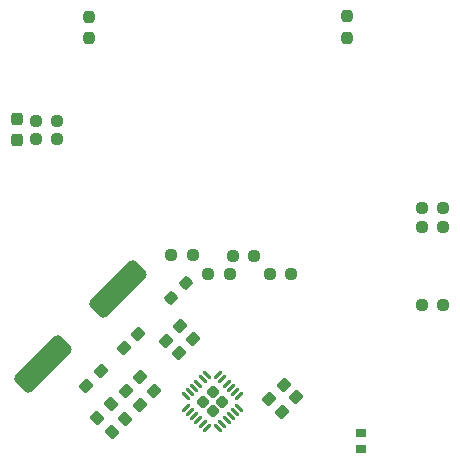
<source format=gbr>
%TF.GenerationSoftware,KiCad,Pcbnew,8.0.3*%
%TF.CreationDate,Date%
%TF.ProjectId,LAN8742A-breakout,4c414e38-3734-4324-912d-627265616b6f,+ (Unreleased)*%
%TF.SameCoordinates,Original*%
%TF.FileFunction,Paste,Top*%
%TF.FilePolarity,Positive*%
%FSLAX46Y46*%
G04 Gerber Fmt 4.6, Leading zero omitted, Abs format (unit mm)*
G04 Created by KiCad*
%MOMM*%
%LPD*%
G01*
G04 APERTURE LIST*
G04 Aperture macros list*
%AMRoundRect*
0 Rectangle with rounded corners*
0 $1 Rounding radius*
0 $2 $3 $4 $5 $6 $7 $8 $9 X,Y pos of 4 corners*
0 Add a 4 corners polygon primitive as box body*
4,1,4,$2,$3,$4,$5,$6,$7,$8,$9,$2,$3,0*
0 Add four circle primitives for the rounded corners*
1,1,$1+$1,$2,$3*
1,1,$1+$1,$4,$5*
1,1,$1+$1,$6,$7*
1,1,$1+$1,$8,$9*
0 Add four rect primitives between the rounded corners*
20,1,$1+$1,$2,$3,$4,$5,0*
20,1,$1+$1,$4,$5,$6,$7,0*
20,1,$1+$1,$6,$7,$8,$9,0*
20,1,$1+$1,$8,$9,$2,$3,0*%
%AMFreePoly0*
4,1,25,0.266375,0.443630,0.297109,0.420047,0.420047,0.297109,0.458455,0.230584,0.463512,0.192175,0.463512,-0.192175,0.443630,-0.266375,0.420047,-0.297109,0.297109,-0.420047,0.230584,-0.458455,0.192175,-0.463512,-0.192175,-0.463512,-0.266375,-0.443630,-0.297109,-0.420047,-0.420047,-0.297109,-0.458455,-0.230584,-0.463512,-0.192175,-0.463512,0.192175,-0.443630,0.266375,-0.420047,0.297109,
-0.297109,0.420047,-0.230584,0.458455,-0.192175,0.463512,0.192175,0.463512,0.266375,0.443630,0.266375,0.443630,$1*%
G04 Aperture macros list end*
%ADD10RoundRect,0.237500X-0.008839X-0.344715X0.344715X0.008839X0.008839X0.344715X-0.344715X-0.008839X0*%
%ADD11RoundRect,0.237500X0.380070X-0.044194X-0.044194X0.380070X-0.380070X0.044194X0.044194X-0.380070X0*%
%ADD12RoundRect,0.237500X-0.044194X-0.380070X0.380070X0.044194X0.044194X0.380070X-0.380070X-0.044194X0*%
%ADD13RoundRect,0.237500X-0.237500X0.250000X-0.237500X-0.250000X0.237500X-0.250000X0.237500X0.250000X0*%
%ADD14RoundRect,0.237500X0.044194X0.380070X-0.380070X-0.044194X-0.044194X-0.380070X0.380070X0.044194X0*%
%ADD15RoundRect,0.237500X0.250000X0.237500X-0.250000X0.237500X-0.250000X-0.237500X0.250000X-0.237500X0*%
%ADD16RoundRect,0.500000X-1.237437X-1.944544X1.944544X1.237437X1.237437X1.944544X-1.944544X-1.237437X0*%
%ADD17FreePoly0,315.000000*%
%ADD18RoundRect,0.062500X-0.309359X0.220971X0.220971X-0.309359X0.309359X-0.220971X-0.220971X0.309359X0*%
%ADD19RoundRect,0.062500X-0.309359X-0.220971X-0.220971X-0.309359X0.309359X0.220971X0.220971X0.309359X0*%
%ADD20RoundRect,0.237500X-0.250000X-0.237500X0.250000X-0.237500X0.250000X0.237500X-0.250000X0.237500X0*%
%ADD21RoundRect,0.237500X0.237500X-0.300000X0.237500X0.300000X-0.237500X0.300000X-0.237500X-0.300000X0*%
%ADD22R,0.860000X0.800000*%
G04 APERTURE END LIST*
D10*
%TO.C,R1*%
X79486695Y34338934D03*
X80777165Y35629404D03*
%TD*%
D11*
%TO.C,C5*%
X75587861Y24122120D03*
X74368101Y25341880D03*
%TD*%
D12*
%TO.C,C11*%
X75485701Y30116520D03*
X76705461Y31336280D03*
%TD*%
D13*
%TO.C,R7*%
X94332781Y58207300D03*
X94332781Y56382300D03*
%TD*%
D14*
%TO.C,C10*%
X73505061Y28135880D03*
X72285301Y26916120D03*
%TD*%
D15*
%TO.C,R9*%
X84434004Y36396720D03*
X82609004Y36396720D03*
%TD*%
D14*
%TO.C,C7*%
X76881555Y27694812D03*
X75661795Y26475052D03*
%TD*%
D15*
%TO.C,R4*%
X102509681Y40353000D03*
X100684681Y40353000D03*
%TD*%
D12*
%TO.C,C4*%
X88872719Y24714343D03*
X90092479Y25934103D03*
%TD*%
D11*
%TO.C,C6*%
X74445441Y22996951D03*
X73225681Y24216711D03*
%TD*%
D16*
%TO.C,Y1*%
X68621000Y28789019D03*
X74984962Y35152981D03*
%TD*%
D14*
%TO.C,C8*%
X78052964Y26514034D03*
X76833204Y25294274D03*
%TD*%
D17*
%TO.C,U1*%
X82983084Y26370256D03*
X82176982Y25564154D03*
X83789186Y25564154D03*
X82983084Y24758052D03*
D18*
X82496948Y27818057D03*
X82143395Y27464503D03*
X81789841Y27110950D03*
X81436288Y26757397D03*
X81082735Y26403843D03*
X80729181Y26050290D03*
D19*
X80729181Y25078018D03*
X81082735Y24724465D03*
X81436288Y24370911D03*
X81789841Y24017358D03*
X82143395Y23663805D03*
X82496948Y23310251D03*
D18*
X83469220Y23310251D03*
X83822773Y23663805D03*
X84176327Y24017358D03*
X84529880Y24370911D03*
X84883433Y24724465D03*
X85236987Y25078018D03*
D19*
X85236987Y26050290D03*
X84883433Y26403843D03*
X84529880Y26757397D03*
X84176327Y27110950D03*
X83822773Y27464503D03*
X83469220Y27818057D03*
%TD*%
D12*
%TO.C,C3*%
X87779021Y25798240D03*
X88998781Y27018000D03*
%TD*%
D20*
%TO.C,R3*%
X100684681Y42004000D03*
X102509681Y42004000D03*
%TD*%
D15*
%TO.C,R6*%
X69845281Y47846000D03*
X68020281Y47846000D03*
%TD*%
%TO.C,R11*%
X89634779Y36397634D03*
X87809779Y36397634D03*
%TD*%
%TO.C,R2*%
X102509681Y33724141D03*
X100684681Y33724141D03*
%TD*%
D13*
%TO.C,R8*%
X72539581Y58156500D03*
X72539581Y56331500D03*
%TD*%
D21*
%TO.C,C9*%
X66392781Y47745500D03*
X66392781Y49470500D03*
%TD*%
D20*
%TO.C,R10*%
X79490409Y37961771D03*
X81315409Y37961771D03*
%TD*%
%TO.C,R5*%
X68020281Y49370000D03*
X69845281Y49370000D03*
%TD*%
%TO.C,R12*%
X84702692Y37933916D03*
X86527692Y37933916D03*
%TD*%
D22*
%TO.C,FB1*%
X95551981Y21554000D03*
X95551981Y22954000D03*
%TD*%
D14*
%TO.C,C1*%
X80261741Y31946160D03*
X79041981Y30726400D03*
%TD*%
%TO.C,C2*%
X81339747Y30875454D03*
X80119987Y29655694D03*
%TD*%
M02*

</source>
